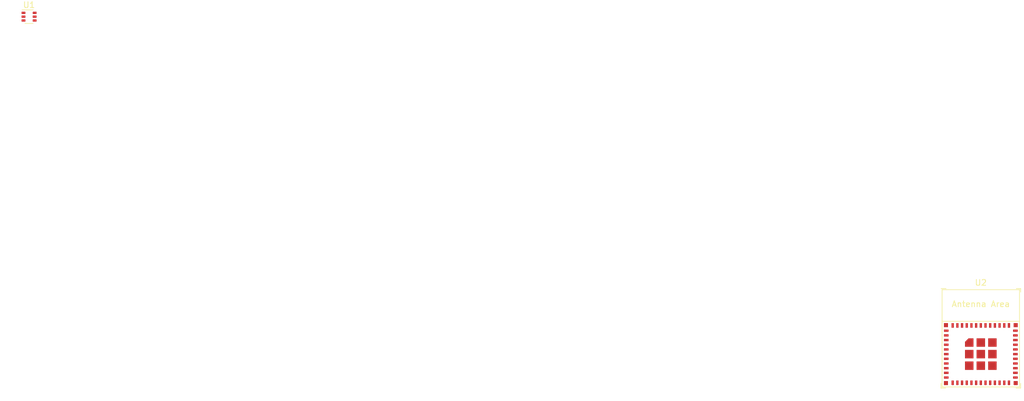
<source format=kicad_pcb>
(kicad_pcb (version 20221018) (generator pcbnew)
  (layers (0 "F.Cu" signal) (31 "B.Cu" signal) (34 "B.Paste" user) (35 "F.Paste" user) (36 "B.SilkS" user "B.Silkscreen") (37 "F.SilkS" user "F.Silkscreen") (38 "B.Mask" user) (39 "F.Mask" user) (44 "Edge.Cuts" user))
  (net 0 "")
  (net 2 "GND")
  (net 19 "USB_D-")
  (net 20 "+5V")
  (net 23 "USB_D+")
  (net 24 "+3V3")
  (net 27 "EN")
  (net 28 "I2C_SCL")
  (net 33 "I2C_SDA")
  (net 34 "UART_RX")
  (net 35 "UART_TX")
  (footprint "PCM_Espressif:ESP32-C3-MINI-1" (layer "F.Cu") (at 163.976 56.358)
    (fp_text reference "U2" (at 0 -9.5) (layer "F.SilkS"))
    (fp_text value "ESP32-C3-MINI-1")
    (fp_text user "Antenna Area" (at 0 -5.85) (layer "F.SilkS"))
    (fp_line (start -6.8 7.7) (end -6.8 8.5) (stroke (width 0.12)) (layer "F.SilkS"))
    (fp_line (start -6.8 8.5) (end -6 8.5) (stroke (width 0.12)) (layer "F.SilkS"))
    (fp_line (start -6.6 -8.3) (end 6.6 -8.3) (stroke (width 0.12)) (layer "F.SilkS"))
    (fp_line (start -6.6 -2.9) (end 6.6 -2.9) (stroke (width 0.12)) (layer "F.SilkS"))
    (fp_line (start -6.6 8.3) (end -6.6 -8.3) (stroke (width 0.12)) (layer "F.SilkS"))
    (fp_line (start -5.925 -8.5) (end -6.775 -8.5) (stroke (width 0.12)) (layer "F.SilkS"))
    (fp_line (start 6.05 -8.5) (end 6.8 -8.5) (stroke (width 0.12)) (layer "F.SilkS"))
    (fp_line (start 6.6 -8.3) (end 6.6 8.3) (stroke (width 0.12)) (layer "F.SilkS"))
    (fp_line (start 6.6 8.3) (end -6.6 8.3) (stroke (width 0.12)) (layer "F.SilkS"))
    (fp_line (start 6.8 -8.5) (end 6.8 -7.9) (stroke (width 0.12)) (layer "F.SilkS"))
    (fp_line (start 6.8 7.7) (end 6.8 8.5) (stroke (width 0.12)) (layer "F.SilkS"))
    (fp_line (start 6.8 8.5) (end 6 8.5) (stroke (width 0.12)) (layer "F.SilkS"))
    (pad "1" smd rect (at -5.9 -1.3 90) (size 0.4 0.8) (layers "F.Cu" "F.Paste" "F.Mask") (net 2 "GND"))
    (pad "2" smd rect (at -5.9 -0.5 90) (size 0.4 0.8) (layers "F.Cu" "F.Paste" "F.Mask") (net 2 "GND"))
    (pad "3" smd rect (at -5.9 0.3 90) (size 0.4 0.8) (layers "F.Cu" "F.Paste" "F.Mask") (net 24 "+3V3"))
    (pad "4" smd rect (at -5.9 1.1 90) (size 0.4 0.8) (layers "F.Cu" "F.Paste" "F.Mask"))
    (pad "5" smd rect (at -5.9 1.9 90) (size 0.4 0.8) (layers "F.Cu" "F.Paste" "F.Mask"))
    (pad "6" smd rect (at -5.9 2.7 90) (size 0.4 0.8) (layers "F.Cu" "F.Paste" "F.Mask"))
    (pad "7" smd rect (at -5.9 3.5 90) (size 0.4 0.8) (layers "F.Cu" "F.Paste" "F.Mask"))
    (pad "8" smd rect (at -5.9 4.3 90) (size 0.4 0.8) (layers "F.Cu" "F.Paste" "F.Mask") (net 27 "EN"))
    (pad "9" smd rect (at -5.9 5.1 90) (size 0.4 0.8) (layers "F.Cu" "F.Paste" "F.Mask"))
    (pad "10" smd rect (at -5.9 5.9 90) (size 0.4 0.8) (layers "F.Cu" "F.Paste" "F.Mask"))
    (pad "11" smd rect (at -5.9 6.7 90) (size 0.4 0.8) (layers "F.Cu" "F.Paste" "F.Mask") (net 2 "GND"))
    (pad "12" smd rect (at -4.8 7.6) (size 0.4 0.8) (layers "F.Cu" "F.Paste" "F.Mask"))
    (pad "13" smd rect (at -4 7.6) (size 0.4 0.8) (layers "F.Cu" "F.Paste" "F.Mask"))
    (pad "14" smd rect (at -3.2 7.6) (size 0.4 0.8) (layers "F.Cu" "F.Paste" "F.Mask") (net 2 "GND"))
    (pad "15" smd rect (at -2.4 7.6) (size 0.4 0.8) (layers "F.Cu" "F.Paste" "F.Mask"))
    (pad "16" smd rect (at -1.6 7.6) (size 0.4 0.8) (layers "F.Cu" "F.Paste" "F.Mask"))
    (pad "17" smd rect (at -0.8 7.6) (size 0.4 0.8) (layers "F.Cu" "F.Paste" "F.Mask"))
    (pad "18" smd rect (at 0 7.6) (size 0.4 0.8) (layers "F.Cu" "F.Paste" "F.Mask"))
    (pad "19" smd rect (at 0.8 7.6) (size 0.4 0.8) (layers "F.Cu" "F.Paste" "F.Mask"))
    (pad "20" smd rect (at 1.6 7.6) (size 0.4 0.8) (layers "F.Cu" "F.Paste" "F.Mask"))
    (pad "21" smd rect (at 2.4 7.6) (size 0.4 0.8) (layers "F.Cu" "F.Paste" "F.Mask"))
    (pad "22" smd rect (at 3.2 7.6) (size 0.4 0.8) (layers "F.Cu" "F.Paste" "F.Mask") (net 28 "I2C_SCL"))
    (pad "23" smd rect (at 4 7.6) (size 0.4 0.8) (layers "F.Cu" "F.Paste" "F.Mask") (net 33 "I2C_SDA"))
    (pad "24" smd rect (at 4.8 7.6) (size 0.4 0.8) (layers "F.Cu" "F.Paste" "F.Mask"))
    (pad "25" smd rect (at 5.9 6.7 90) (size 0.4 0.8) (layers "F.Cu" "F.Paste" "F.Mask"))
    (pad "26" smd rect (at 5.9 5.9 90) (size 0.4 0.8) (layers "F.Cu" "F.Paste" "F.Mask") (net 19 "USB_D-"))
    (pad "27" smd rect (at 5.9 5.1 90) (size 0.4 0.8) (layers "F.Cu" "F.Paste" "F.Mask") (net 23 "USB_D+"))
    (pad "28" smd rect (at 5.9 4.3 90) (size 0.4 0.8) (layers "F.Cu" "F.Paste" "F.Mask"))
    (pad "29" smd rect (at 5.9 3.5 90) (size 0.4 0.8) (layers "F.Cu" "F.Paste" "F.Mask"))
    (pad "30" smd rect (at 5.9 2.7 90) (size 0.4 0.8) (layers "F.Cu" "F.Paste" "F.Mask") (net 34 "UART_RX"))
    (pad "31" smd rect (at 5.9 1.9 90) (size 0.4 0.8) (layers "F.Cu" "F.Paste" "F.Mask") (net 35 "UART_TX"))
    (pad "32" smd rect (at 5.9 1.1 90) (size 0.4 0.8) (layers "F.Cu" "F.Paste" "F.Mask"))
    (pad "33" smd rect (at 5.9 0.3 90) (size 0.4 0.8) (layers "F.Cu" "F.Paste" "F.Mask"))
    (pad "34" smd rect (at 5.9 -0.5 90) (size 0.4 0.8) (layers "F.Cu" "F.Paste" "F.Mask"))
    (pad "35" smd rect (at 5.9 -1.3 90) (size 0.4 0.8) (layers "F.Cu" "F.Paste" "F.Mask"))
    (pad "36" smd rect (at 4.8 -2.2) (size 0.4 0.8) (layers "F.Cu" "F.Paste" "F.Mask") (net 2 "GND"))
    (pad "37" smd rect (at 4 -2.2) (size 0.4 0.8) (layers "F.Cu" "F.Paste" "F.Mask") (net 2 "GND"))
    (pad "38" smd rect (at 3.2 -2.2) (size 0.4 0.8) (layers "F.Cu" "F.Paste" "F.Mask") (net 2 "GND"))
    (pad "39" smd rect (at 2.4 -2.2) (size 0.4 0.8) (layers "F.Cu" "F.Paste" "F.Mask") (net 2 "GND"))
    (pad "40" smd rect (at 1.6 -2.2) (size 0.4 0.8) (layers "F.Cu" "F.Paste" "F.Mask") (net 2 "GND"))
    (pad "41" smd rect (at 0.8 -2.2) (size 0.4 0.8) (layers "F.Cu" "F.Paste" "F.Mask") (net 2 "GND"))
    (pad "42" smd rect (at 0 -2.2) (size 0.4 0.8) (layers "F.Cu" "F.Paste" "F.Mask") (net 2 "GND"))
    (pad "43" smd rect (at -0.8 -2.2) (size 0.4 0.8) (layers "F.Cu" "F.Paste" "F.Mask") (net 2 "GND"))
    (pad "44" smd rect (at -1.6 -2.2) (size 0.4 0.8) (layers "F.Cu" "F.Paste" "F.Mask") (net 2 "GND"))
    (pad "45" smd rect (at -2.4 -2.2) (size 0.4 0.8) (layers "F.Cu" "F.Paste" "F.Mask") (net 2 "GND"))
    (pad "46" smd rect (at -3.2 -2.2) (size 0.4 0.8) (layers "F.Cu" "F.Paste" "F.Mask") (net 2 "GND"))
    (pad "47" smd rect (at -4 -2.2) (size 0.4 0.8) (layers "F.Cu" "F.Paste" "F.Mask") (net 2 "GND"))
    (pad "48" smd rect (at -4.8 -2.2) (size 0.4 0.8) (layers "F.Cu" "F.Paste" "F.Mask") (net 2 "GND"))
    (pad "49" smd custom (at -1.975 0.725) (size 0.8 0.8) (layers "F.Cu" "F.Paste" "F.Mask") (net 2 "GND") (options (clearance outline) (anchor rect)) (primitives (gr_poly (pts (xy 0.725 0.725) (xy -0.725 0.725) (xy -0.725 -0.125) (xy -0.125 -0.725) (xy 0.725 -0.725)) (width 0) (fill yes))))
    (pad "49" smd rect (at -1.975 2.7 90) (size 1.45 1.45) (layers "F.Cu" "F.Paste" "F.Mask") (net 2 "GND"))
    (pad "49" smd rect (at -1.975 4.675 90) (size 1.45 1.45) (layers "F.Cu" "F.Paste" "F.Mask") (net 2 "GND"))
    (pad "49" smd rect (at 0 0.725 90) (size 1.45 1.45) (layers "F.Cu" "F.Paste" "F.Mask") (net 2 "GND"))
    (pad "49" smd rect (at 0 2.7 90) (size 1.45 1.45) (layers "F.Cu" "F.Paste" "F.Mask") (net 2 "GND"))
    (pad "49" smd rect (at 0 4.675 90) (size 1.45 1.45) (layers "F.Cu" "F.Paste" "F.Mask") (net 2 "GND"))
    (pad "49" smd rect (at 1.975 0.725 90) (size 1.45 1.45) (layers "F.Cu" "F.Paste" "F.Mask") (net 2 "GND"))
    (pad "49" smd rect (at 1.975 2.7 90) (size 1.45 1.45) (layers "F.Cu" "F.Paste" "F.Mask") (net 2 "GND"))
    (pad "49" smd rect (at 1.975 4.675 90) (size 1.45 1.45) (layers "F.Cu" "F.Paste" "F.Mask") (net 2 "GND"))
    (pad "50" smd rect (at 5.95 -2.25 90) (size 0.7 0.7) (layers "F.Cu" "F.Paste" "F.Mask") (net 2 "GND"))
    (pad "51" smd rect (at 5.95 7.65 90) (size 0.7 0.7) (layers "F.Cu" "F.Paste" "F.Mask") (net 2 "GND"))
    (pad "52" smd rect (at -5.95 7.65 90) (size 0.7 0.7) (layers "F.Cu" "F.Paste" "F.Mask") (net 2 "GND"))
    (pad "53" smd rect (at -5.95 -2.25 90) (size 0.7 0.7) (layers "F.Cu" "F.Paste" "F.Mask") (net 2 "GND"))
  )
  (footprint "Package_TO_SOT_SMD:SOT-363_SC-70-6" (layer "F.Cu") (at 1.625 1.425)
    (fp_text reference "U1" (at 0 -2) (layer "F.SilkS"))
    (fp_text value "D1213A-04V")
    (fp_line (start -0.7 1.16) (end 0.7 1.16) (stroke (width 0.12)) (layer "F.SilkS"))
    (fp_line (start 0.7 -1.16) (end -1.2 -1.16) (stroke (width 0.12)) (layer "F.SilkS"))
    (pad "1" smd rect (at -0.95 -0.65) (size 0.65 0.4) (layers "F.Cu" "F.Paste" "F.Mask"))
    (pad "2" smd rect (at -0.95 0) (size 0.65 0.4) (layers "F.Cu" "F.Paste" "F.Mask") (net 2 "GND"))
    (pad "3" smd rect (at -0.95 0.65) (size 0.65 0.4) (layers "F.Cu" "F.Paste" "F.Mask"))
    (pad "4" smd rect (at 0.95 0.65) (size 0.65 0.4) (layers "F.Cu" "F.Paste" "F.Mask") (net 19 "USB_D-"))
    (pad "5" smd rect (at 0.95 0) (size 0.65 0.4) (layers "F.Cu" "F.Paste" "F.Mask") (net 20 "+5V"))
    (pad "6" smd rect (at 0.95 -0.65) (size 0.65 0.4) (layers "F.Cu" "F.Paste" "F.Mask") (net 23 "USB_D+"))
  )
)
</source>
